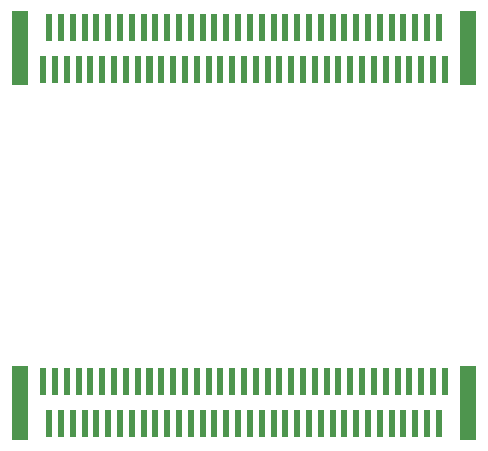
<source format=gbp>
G04*
G04 #@! TF.GenerationSoftware,Altium Limited,Altium Designer,24.6.1 (21)*
G04*
G04 Layer_Color=128*
%FSLAX44Y44*%
%MOMM*%
G71*
G04*
G04 #@! TF.SameCoordinates,A60324F7-5EA5-4536-B251-014C174E4282*
G04*
G04*
G04 #@! TF.FilePolarity,Positive*
G04*
G01*
G75*
%ADD35R,1.3980X6.3580*%
G36*
X172550Y-143850D02*
X167450D01*
Y-120750D01*
X172550D01*
Y-143850D01*
D02*
G37*
G36*
X162550D02*
X157450D01*
Y-120750D01*
X162550D01*
Y-143850D01*
D02*
G37*
G36*
X152550D02*
X147450D01*
Y-120750D01*
X152550D01*
Y-143850D01*
D02*
G37*
G36*
X142550D02*
X137450D01*
Y-120750D01*
X142550D01*
Y-143850D01*
D02*
G37*
G36*
X132550D02*
X127450D01*
Y-120750D01*
X132550D01*
Y-143850D01*
D02*
G37*
G36*
X122550D02*
X117450D01*
Y-120750D01*
X122550D01*
Y-143850D01*
D02*
G37*
G36*
X112550D02*
X107450D01*
Y-120750D01*
X112550D01*
Y-143850D01*
D02*
G37*
G36*
X102550D02*
X97450D01*
Y-120750D01*
X102550D01*
Y-143850D01*
D02*
G37*
G36*
X92550D02*
X87450D01*
Y-120750D01*
X92550D01*
Y-143850D01*
D02*
G37*
G36*
X82550D02*
X77450D01*
Y-120750D01*
X82550D01*
Y-143850D01*
D02*
G37*
G36*
X72550D02*
X67450D01*
Y-120750D01*
X72550D01*
Y-143850D01*
D02*
G37*
G36*
X62550D02*
X57450D01*
Y-120750D01*
X62550D01*
Y-143850D01*
D02*
G37*
G36*
X52550D02*
X47450D01*
Y-120750D01*
X52550D01*
Y-143850D01*
D02*
G37*
G36*
X42550D02*
X37450D01*
Y-120750D01*
X42550D01*
Y-143850D01*
D02*
G37*
G36*
X32550D02*
X27450D01*
Y-120750D01*
X32550D01*
Y-143850D01*
D02*
G37*
G36*
X22550D02*
X17450D01*
Y-120750D01*
X22550D01*
Y-143850D01*
D02*
G37*
G36*
X12550D02*
X7450D01*
Y-120750D01*
X12550D01*
Y-143850D01*
D02*
G37*
G36*
X2550D02*
X-2550D01*
Y-120750D01*
X2550D01*
Y-143850D01*
D02*
G37*
G36*
X-7450D02*
X-12550D01*
Y-120750D01*
X-7450D01*
Y-143850D01*
D02*
G37*
G36*
X-17450D02*
X-22550D01*
Y-120750D01*
X-17450D01*
Y-143850D01*
D02*
G37*
G36*
X-27450D02*
X-32550D01*
Y-120750D01*
X-27450D01*
Y-143850D01*
D02*
G37*
G36*
X-37450D02*
X-42550D01*
Y-120750D01*
X-37450D01*
Y-143850D01*
D02*
G37*
G36*
X-47450D02*
X-52550D01*
Y-120750D01*
X-47450D01*
Y-143850D01*
D02*
G37*
G36*
X-57450D02*
X-62550D01*
Y-120750D01*
X-57450D01*
Y-143850D01*
D02*
G37*
G36*
X-67450D02*
X-72550D01*
Y-120750D01*
X-67450D01*
Y-143850D01*
D02*
G37*
G36*
X-77450D02*
X-82550D01*
Y-120750D01*
X-77450D01*
Y-143850D01*
D02*
G37*
G36*
X-87450D02*
X-92550D01*
Y-120750D01*
X-87450D01*
Y-143850D01*
D02*
G37*
G36*
X-97450D02*
X-102550D01*
Y-120750D01*
X-97450D01*
Y-143850D01*
D02*
G37*
G36*
X-107450D02*
X-112550D01*
Y-120750D01*
X-107450D01*
Y-143850D01*
D02*
G37*
G36*
X-117450D02*
X-122550D01*
Y-120750D01*
X-117450D01*
Y-143850D01*
D02*
G37*
G36*
X-127450D02*
X-132550D01*
Y-120750D01*
X-127450D01*
Y-143850D01*
D02*
G37*
G36*
X-137450D02*
X-142550D01*
Y-120750D01*
X-137450D01*
Y-143850D01*
D02*
G37*
G36*
X-147450D02*
X-152550D01*
Y-120750D01*
X-147450D01*
Y-143850D01*
D02*
G37*
G36*
X-157450D02*
X-162550D01*
Y-120750D01*
X-157450D01*
Y-143850D01*
D02*
G37*
G36*
X-167450D02*
X-172550D01*
Y-120750D01*
X-167450D01*
Y-143850D01*
D02*
G37*
G36*
X167550Y-179250D02*
X162450D01*
Y-156150D01*
X167550D01*
Y-179250D01*
D02*
G37*
G36*
X157550D02*
X152450D01*
Y-156150D01*
X157550D01*
Y-179250D01*
D02*
G37*
G36*
X147550D02*
X142450D01*
Y-156150D01*
X147550D01*
Y-179250D01*
D02*
G37*
G36*
X137550D02*
X132450D01*
Y-156150D01*
X137550D01*
Y-179250D01*
D02*
G37*
G36*
X127550D02*
X122450D01*
Y-156150D01*
X127550D01*
Y-179250D01*
D02*
G37*
G36*
X117550D02*
X112450D01*
Y-156150D01*
X117550D01*
Y-179250D01*
D02*
G37*
G36*
X107550D02*
X102450D01*
Y-156150D01*
X107550D01*
Y-179250D01*
D02*
G37*
G36*
X97550D02*
X92450D01*
Y-156150D01*
X97550D01*
Y-179250D01*
D02*
G37*
G36*
X87550D02*
X82450D01*
Y-156150D01*
X87550D01*
Y-179250D01*
D02*
G37*
G36*
X77550D02*
X72450D01*
Y-156150D01*
X77550D01*
Y-179250D01*
D02*
G37*
G36*
X67550D02*
X62450D01*
Y-156150D01*
X67550D01*
Y-179250D01*
D02*
G37*
G36*
X57550D02*
X52450D01*
Y-156150D01*
X57550D01*
Y-179250D01*
D02*
G37*
G36*
X47550D02*
X42450D01*
Y-156150D01*
X47550D01*
Y-179250D01*
D02*
G37*
G36*
X37550D02*
X32450D01*
Y-156150D01*
X37550D01*
Y-179250D01*
D02*
G37*
G36*
X27550D02*
X22450D01*
Y-156150D01*
X27550D01*
Y-179250D01*
D02*
G37*
G36*
X17550D02*
X12450D01*
Y-156150D01*
X17550D01*
Y-179250D01*
D02*
G37*
G36*
X7550D02*
X2450D01*
Y-156150D01*
X7550D01*
Y-179250D01*
D02*
G37*
G36*
X-2450D02*
X-7550D01*
Y-156150D01*
X-2450D01*
Y-179250D01*
D02*
G37*
G36*
X-12450D02*
X-17550D01*
Y-156150D01*
X-12450D01*
Y-179250D01*
D02*
G37*
G36*
X-22450D02*
X-27550D01*
Y-156150D01*
X-22450D01*
Y-179250D01*
D02*
G37*
G36*
X-32450D02*
X-37550D01*
Y-156150D01*
X-32450D01*
Y-179250D01*
D02*
G37*
G36*
X-42450D02*
X-47550D01*
Y-156150D01*
X-42450D01*
Y-179250D01*
D02*
G37*
G36*
X-52450D02*
X-57550D01*
Y-156150D01*
X-52450D01*
Y-179250D01*
D02*
G37*
G36*
X-62450D02*
X-67550D01*
Y-156150D01*
X-62450D01*
Y-179250D01*
D02*
G37*
G36*
X-72450D02*
X-77550D01*
Y-156150D01*
X-72450D01*
Y-179250D01*
D02*
G37*
G36*
X-82450D02*
X-87550D01*
Y-156150D01*
X-82450D01*
Y-179250D01*
D02*
G37*
G36*
X-92450D02*
X-97550D01*
Y-156150D01*
X-92450D01*
Y-179250D01*
D02*
G37*
G36*
X-102450D02*
X-107550D01*
Y-156150D01*
X-102450D01*
Y-179250D01*
D02*
G37*
G36*
X-112450D02*
X-117550D01*
Y-156150D01*
X-112450D01*
Y-179250D01*
D02*
G37*
G36*
X-122450D02*
X-127550D01*
Y-156150D01*
X-122450D01*
Y-179250D01*
D02*
G37*
G36*
X-132450D02*
X-137550D01*
Y-156150D01*
X-132450D01*
Y-179250D01*
D02*
G37*
G36*
X-142450D02*
X-147550D01*
Y-156150D01*
X-142450D01*
Y-179250D01*
D02*
G37*
G36*
X-152450D02*
X-157550D01*
Y-156150D01*
X-152450D01*
Y-179250D01*
D02*
G37*
G36*
X-162450D02*
X-167550D01*
Y-156150D01*
X-162450D01*
Y-179250D01*
D02*
G37*
G36*
X167550Y156150D02*
X162450D01*
Y179250D01*
X167550D01*
Y156150D01*
D02*
G37*
G36*
X157550D02*
X152450D01*
Y179250D01*
X157550D01*
Y156150D01*
D02*
G37*
G36*
X147550D02*
X142450D01*
Y179250D01*
X147550D01*
Y156150D01*
D02*
G37*
G36*
X137550D02*
X132450D01*
Y179250D01*
X137550D01*
Y156150D01*
D02*
G37*
G36*
X127550D02*
X122450D01*
Y179250D01*
X127550D01*
Y156150D01*
D02*
G37*
G36*
X117550D02*
X112450D01*
Y179250D01*
X117550D01*
Y156150D01*
D02*
G37*
G36*
X107550D02*
X102450D01*
Y179250D01*
X107550D01*
Y156150D01*
D02*
G37*
G36*
X97550D02*
X92450D01*
Y179250D01*
X97550D01*
Y156150D01*
D02*
G37*
G36*
X87550D02*
X82450D01*
Y179250D01*
X87550D01*
Y156150D01*
D02*
G37*
G36*
X77550D02*
X72450D01*
Y179250D01*
X77550D01*
Y156150D01*
D02*
G37*
G36*
X67550D02*
X62450D01*
Y179250D01*
X67550D01*
Y156150D01*
D02*
G37*
G36*
X57550D02*
X52450D01*
Y179250D01*
X57550D01*
Y156150D01*
D02*
G37*
G36*
X47550D02*
X42450D01*
Y179250D01*
X47550D01*
Y156150D01*
D02*
G37*
G36*
X37550D02*
X32450D01*
Y179250D01*
X37550D01*
Y156150D01*
D02*
G37*
G36*
X27550D02*
X22450D01*
Y179250D01*
X27550D01*
Y156150D01*
D02*
G37*
G36*
X17550D02*
X12450D01*
Y179250D01*
X17550D01*
Y156150D01*
D02*
G37*
G36*
X7550D02*
X2450D01*
Y179250D01*
X7550D01*
Y156150D01*
D02*
G37*
G36*
X-2450D02*
X-7550D01*
Y179250D01*
X-2450D01*
Y156150D01*
D02*
G37*
G36*
X-12450D02*
X-17550D01*
Y179250D01*
X-12450D01*
Y156150D01*
D02*
G37*
G36*
X-22450D02*
X-27550D01*
Y179250D01*
X-22450D01*
Y156150D01*
D02*
G37*
G36*
X-32450D02*
X-37550D01*
Y179250D01*
X-32450D01*
Y156150D01*
D02*
G37*
G36*
X-42450D02*
X-47550D01*
Y179250D01*
X-42450D01*
Y156150D01*
D02*
G37*
G36*
X-52450D02*
X-57550D01*
Y179250D01*
X-52450D01*
Y156150D01*
D02*
G37*
G36*
X-62450D02*
X-67550D01*
Y179250D01*
X-62450D01*
Y156150D01*
D02*
G37*
G36*
X-72450D02*
X-77550D01*
Y179250D01*
X-72450D01*
Y156150D01*
D02*
G37*
G36*
X-82450D02*
X-87550D01*
Y179250D01*
X-82450D01*
Y156150D01*
D02*
G37*
G36*
X-92450D02*
X-97550D01*
Y179250D01*
X-92450D01*
Y156150D01*
D02*
G37*
G36*
X-102450D02*
X-107550D01*
Y179250D01*
X-102450D01*
Y156150D01*
D02*
G37*
G36*
X-112450D02*
X-117550D01*
Y179250D01*
X-112450D01*
Y156150D01*
D02*
G37*
G36*
X-122450D02*
X-127550D01*
Y179250D01*
X-122450D01*
Y156150D01*
D02*
G37*
G36*
X-132450D02*
X-137550D01*
Y179250D01*
X-132450D01*
Y156150D01*
D02*
G37*
G36*
X-142450D02*
X-147550D01*
Y179250D01*
X-142450D01*
Y156150D01*
D02*
G37*
G36*
X-152450D02*
X-157550D01*
Y179250D01*
X-152450D01*
Y156150D01*
D02*
G37*
G36*
X-162450D02*
X-167550D01*
Y179250D01*
X-162450D01*
Y156150D01*
D02*
G37*
G36*
X172550Y120750D02*
X167450D01*
Y143850D01*
X172550D01*
Y120750D01*
D02*
G37*
G36*
X162550D02*
X157450D01*
Y143850D01*
X162550D01*
Y120750D01*
D02*
G37*
G36*
X152550D02*
X147450D01*
Y143850D01*
X152550D01*
Y120750D01*
D02*
G37*
G36*
X142550D02*
X137450D01*
Y143850D01*
X142550D01*
Y120750D01*
D02*
G37*
G36*
X132550D02*
X127450D01*
Y143850D01*
X132550D01*
Y120750D01*
D02*
G37*
G36*
X122550D02*
X117450D01*
Y143850D01*
X122550D01*
Y120750D01*
D02*
G37*
G36*
X112550D02*
X107450D01*
Y143850D01*
X112550D01*
Y120750D01*
D02*
G37*
G36*
X102550D02*
X97450D01*
Y143850D01*
X102550D01*
Y120750D01*
D02*
G37*
G36*
X92550D02*
X87450D01*
Y143850D01*
X92550D01*
Y120750D01*
D02*
G37*
G36*
X82550D02*
X77450D01*
Y143850D01*
X82550D01*
Y120750D01*
D02*
G37*
G36*
X72550D02*
X67450D01*
Y143850D01*
X72550D01*
Y120750D01*
D02*
G37*
G36*
X62550D02*
X57450D01*
Y143850D01*
X62550D01*
Y120750D01*
D02*
G37*
G36*
X52550D02*
X47450D01*
Y143850D01*
X52550D01*
Y120750D01*
D02*
G37*
G36*
X42550D02*
X37450D01*
Y143850D01*
X42550D01*
Y120750D01*
D02*
G37*
G36*
X32550D02*
X27450D01*
Y143850D01*
X32550D01*
Y120750D01*
D02*
G37*
G36*
X22550D02*
X17450D01*
Y143850D01*
X22550D01*
Y120750D01*
D02*
G37*
G36*
X12550D02*
X7450D01*
Y143850D01*
X12550D01*
Y120750D01*
D02*
G37*
G36*
X2550D02*
X-2550D01*
Y143850D01*
X2550D01*
Y120750D01*
D02*
G37*
G36*
X-7450D02*
X-12550D01*
Y143850D01*
X-7450D01*
Y120750D01*
D02*
G37*
G36*
X-17450D02*
X-22550D01*
Y143850D01*
X-17450D01*
Y120750D01*
D02*
G37*
G36*
X-27450D02*
X-32550D01*
Y143850D01*
X-27450D01*
Y120750D01*
D02*
G37*
G36*
X-37450D02*
X-42550D01*
Y143850D01*
X-37450D01*
Y120750D01*
D02*
G37*
G36*
X-47450D02*
X-52550D01*
Y143850D01*
X-47450D01*
Y120750D01*
D02*
G37*
G36*
X-57450D02*
X-62550D01*
Y143850D01*
X-57450D01*
Y120750D01*
D02*
G37*
G36*
X-67450D02*
X-72550D01*
Y143850D01*
X-67450D01*
Y120750D01*
D02*
G37*
G36*
X-77450D02*
X-82550D01*
Y143850D01*
X-77450D01*
Y120750D01*
D02*
G37*
G36*
X-87450D02*
X-92550D01*
Y143850D01*
X-87450D01*
Y120750D01*
D02*
G37*
G36*
X-97450D02*
X-102550D01*
Y143850D01*
X-97450D01*
Y120750D01*
D02*
G37*
G36*
X-107450D02*
X-112550D01*
Y143850D01*
X-107450D01*
Y120750D01*
D02*
G37*
G36*
X-117450D02*
X-122550D01*
Y143850D01*
X-117450D01*
Y120750D01*
D02*
G37*
G36*
X-127450D02*
X-132550D01*
Y143850D01*
X-127450D01*
Y120750D01*
D02*
G37*
G36*
X-137450D02*
X-142550D01*
Y143850D01*
X-137450D01*
Y120750D01*
D02*
G37*
G36*
X-147450D02*
X-152550D01*
Y143850D01*
X-147450D01*
Y120750D01*
D02*
G37*
G36*
X-157450D02*
X-162550D01*
Y143850D01*
X-157450D01*
Y120750D01*
D02*
G37*
G36*
X-167450D02*
X-172550D01*
Y143850D01*
X-167450D01*
Y120750D01*
D02*
G37*
D35*
X189750Y-150000D02*
D03*
X-189750D02*
D03*
Y150000D02*
D03*
X189750D02*
D03*
M02*

</source>
